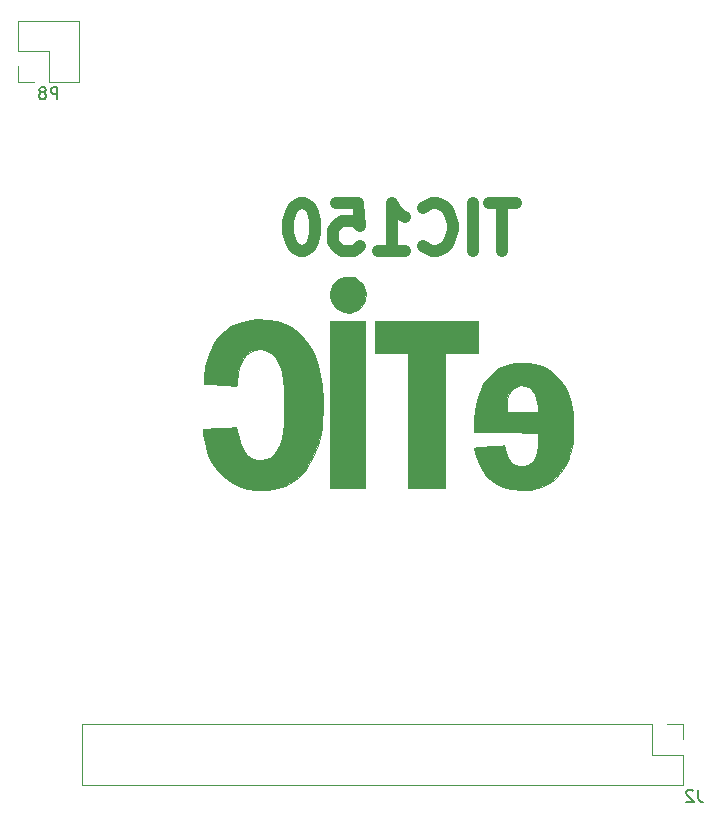
<source format=gbr>
G04 #@! TF.FileFunction,Legend,Bot*
%FSLAX46Y46*%
G04 Gerber Fmt 4.6, Leading zero omitted, Abs format (unit mm)*
G04 Created by KiCad (PCBNEW 4.0.7) date 06/19/19 10:20:30*
%MOMM*%
%LPD*%
G01*
G04 APERTURE LIST*
%ADD10C,0.100000*%
%ADD11C,1.000000*%
%ADD12C,0.010000*%
%ADD13C,0.120000*%
%ADD14C,0.150000*%
G04 APERTURE END LIST*
D10*
D11*
X43809524Y58190476D02*
X41523809Y58190476D01*
X42666666Y54190476D02*
X42666666Y58190476D01*
X40190476Y54190476D02*
X40190476Y58190476D01*
X36000000Y54571429D02*
X36190476Y54380952D01*
X36761905Y54190476D01*
X37142857Y54190476D01*
X37714285Y54380952D01*
X38095238Y54761905D01*
X38285714Y55142857D01*
X38476190Y55904762D01*
X38476190Y56476190D01*
X38285714Y57238095D01*
X38095238Y57619048D01*
X37714285Y58000000D01*
X37142857Y58190476D01*
X36761905Y58190476D01*
X36190476Y58000000D01*
X36000000Y57809524D01*
X32190476Y54190476D02*
X34476190Y54190476D01*
X33333333Y54190476D02*
X33333333Y58190476D01*
X33714285Y57619048D01*
X34095238Y57238095D01*
X34476190Y57047619D01*
X28571428Y58190476D02*
X30476190Y58190476D01*
X30666666Y56285714D01*
X30476190Y56476190D01*
X30095238Y56666667D01*
X29142857Y56666667D01*
X28761904Y56476190D01*
X28571428Y56285714D01*
X28380952Y55904762D01*
X28380952Y54952381D01*
X28571428Y54571429D01*
X28761904Y54380952D01*
X29142857Y54190476D01*
X30095238Y54190476D01*
X30476190Y54380952D01*
X30666666Y54571429D01*
X25904761Y58190476D02*
X25523809Y58190476D01*
X25142857Y58000000D01*
X24952380Y57809524D01*
X24761904Y57428571D01*
X24571428Y56666667D01*
X24571428Y55714286D01*
X24761904Y54952381D01*
X24952380Y54571429D01*
X25142857Y54380952D01*
X25523809Y54190476D01*
X25904761Y54190476D01*
X26285714Y54380952D01*
X26476190Y54571429D01*
X26666666Y54952381D01*
X26857142Y55714286D01*
X26857142Y56666667D01*
X26666666Y57428571D01*
X26476190Y57809524D01*
X26285714Y58000000D01*
X25904761Y58190476D01*
D12*
G36*
X43826618Y44658467D02*
X43321424Y44569780D01*
X43050067Y44490412D01*
X42434867Y44216681D01*
X41900556Y43856940D01*
X41445610Y43408420D01*
X41068507Y42868354D01*
X40767722Y42233974D01*
X40541733Y41502512D01*
X40389016Y40671200D01*
X40308048Y39737270D01*
X40298965Y39492000D01*
X40280250Y38825250D01*
X42994875Y38808694D01*
X45709500Y38792137D01*
X45708398Y38173694D01*
X45685076Y37646471D01*
X45620101Y37171199D01*
X45518045Y36770973D01*
X45383478Y36468893D01*
X45365389Y36440376D01*
X45127851Y36188919D01*
X44821808Y36022232D01*
X44475070Y35942305D01*
X44115449Y35951127D01*
X43770755Y36050689D01*
X43468798Y36242981D01*
X43408505Y36300340D01*
X43219040Y36528324D01*
X43079846Y36784896D01*
X42973351Y37107706D01*
X42916770Y37354067D01*
X42840841Y37724383D01*
X42544796Y37689189D01*
X42355284Y37671044D01*
X42081169Y37650276D01*
X41764723Y37629911D01*
X41550250Y37618008D01*
X41229392Y37599706D01*
X40922859Y37579137D01*
X40672793Y37559280D01*
X40557721Y37547847D01*
X40263692Y37513673D01*
X40376395Y37089962D01*
X40624581Y36339261D01*
X40943154Y35693117D01*
X41334636Y35148743D01*
X41801546Y34703350D01*
X42346405Y34354153D01*
X42971731Y34098362D01*
X43120711Y34054246D01*
X43364341Y34006998D01*
X43697050Y33969803D01*
X44081210Y33944120D01*
X44479190Y33931408D01*
X44853362Y33933126D01*
X45166096Y33950734D01*
X45308032Y33969431D01*
X45985468Y34151464D01*
X46595152Y34440117D01*
X47134501Y34833007D01*
X47600934Y35327751D01*
X47991871Y35921967D01*
X48304729Y36613270D01*
X48368313Y36794576D01*
X48493326Y37209003D01*
X48584568Y37611560D01*
X48645172Y38030486D01*
X48678272Y38494021D01*
X48687003Y39030405D01*
X48677223Y39577999D01*
X48661093Y40037238D01*
X48640487Y40399349D01*
X48630045Y40508000D01*
X45725905Y40508000D01*
X43042500Y40508000D01*
X43042500Y41004475D01*
X43081739Y41546530D01*
X43199995Y41990237D01*
X43398082Y42337309D01*
X43676812Y42589464D01*
X43833623Y42674642D01*
X44203400Y42779873D01*
X44568242Y42768584D01*
X44905440Y42647244D01*
X45192284Y42422325D01*
X45324848Y42249783D01*
X45450833Y42011928D01*
X45547275Y41731611D01*
X45621546Y41381229D01*
X45681018Y40933179D01*
X45684036Y40904875D01*
X45725905Y40508000D01*
X48630045Y40508000D01*
X48612149Y40694195D01*
X48572828Y40951643D01*
X48519270Y41201557D01*
X48486011Y41333500D01*
X48231573Y42104701D01*
X47897770Y42781645D01*
X47487002Y43361781D01*
X47001666Y43842560D01*
X46444161Y44221430D01*
X45816886Y44495843D01*
X45404424Y44610093D01*
X44915202Y44681017D01*
X44373572Y44696343D01*
X43826618Y44658467D01*
X43826618Y44658467D01*
G37*
X43826618Y44658467D02*
X43321424Y44569780D01*
X43050067Y44490412D01*
X42434867Y44216681D01*
X41900556Y43856940D01*
X41445610Y43408420D01*
X41068507Y42868354D01*
X40767722Y42233974D01*
X40541733Y41502512D01*
X40389016Y40671200D01*
X40308048Y39737270D01*
X40298965Y39492000D01*
X40280250Y38825250D01*
X42994875Y38808694D01*
X45709500Y38792137D01*
X45708398Y38173694D01*
X45685076Y37646471D01*
X45620101Y37171199D01*
X45518045Y36770973D01*
X45383478Y36468893D01*
X45365389Y36440376D01*
X45127851Y36188919D01*
X44821808Y36022232D01*
X44475070Y35942305D01*
X44115449Y35951127D01*
X43770755Y36050689D01*
X43468798Y36242981D01*
X43408505Y36300340D01*
X43219040Y36528324D01*
X43079846Y36784896D01*
X42973351Y37107706D01*
X42916770Y37354067D01*
X42840841Y37724383D01*
X42544796Y37689189D01*
X42355284Y37671044D01*
X42081169Y37650276D01*
X41764723Y37629911D01*
X41550250Y37618008D01*
X41229392Y37599706D01*
X40922859Y37579137D01*
X40672793Y37559280D01*
X40557721Y37547847D01*
X40263692Y37513673D01*
X40376395Y37089962D01*
X40624581Y36339261D01*
X40943154Y35693117D01*
X41334636Y35148743D01*
X41801546Y34703350D01*
X42346405Y34354153D01*
X42971731Y34098362D01*
X43120711Y34054246D01*
X43364341Y34006998D01*
X43697050Y33969803D01*
X44081210Y33944120D01*
X44479190Y33931408D01*
X44853362Y33933126D01*
X45166096Y33950734D01*
X45308032Y33969431D01*
X45985468Y34151464D01*
X46595152Y34440117D01*
X47134501Y34833007D01*
X47600934Y35327751D01*
X47991871Y35921967D01*
X48304729Y36613270D01*
X48368313Y36794576D01*
X48493326Y37209003D01*
X48584568Y37611560D01*
X48645172Y38030486D01*
X48678272Y38494021D01*
X48687003Y39030405D01*
X48677223Y39577999D01*
X48661093Y40037238D01*
X48640487Y40399349D01*
X48630045Y40508000D01*
X45725905Y40508000D01*
X43042500Y40508000D01*
X43042500Y41004475D01*
X43081739Y41546530D01*
X43199995Y41990237D01*
X43398082Y42337309D01*
X43676812Y42589464D01*
X43833623Y42674642D01*
X44203400Y42779873D01*
X44568242Y42768584D01*
X44905440Y42647244D01*
X45192284Y42422325D01*
X45324848Y42249783D01*
X45450833Y42011928D01*
X45547275Y41731611D01*
X45621546Y41381229D01*
X45681018Y40933179D01*
X45684036Y40904875D01*
X45725905Y40508000D01*
X48630045Y40508000D01*
X48612149Y40694195D01*
X48572828Y40951643D01*
X48519270Y41201557D01*
X48486011Y41333500D01*
X48231573Y42104701D01*
X47897770Y42781645D01*
X47487002Y43361781D01*
X47001666Y43842560D01*
X46444161Y44221430D01*
X45816886Y44495843D01*
X45404424Y44610093D01*
X44915202Y44681017D01*
X44373572Y44696343D01*
X43826618Y44658467D01*
G36*
X21865250Y48363015D02*
X21074578Y48273522D01*
X20362503Y48086316D01*
X19727799Y47800247D01*
X19169237Y47414165D01*
X18685590Y46926921D01*
X18275627Y46337365D01*
X17938123Y45644347D01*
X17671848Y44846718D01*
X17546394Y44320499D01*
X17495222Y44042396D01*
X17451622Y43747488D01*
X17418122Y43462245D01*
X17397248Y43213134D01*
X17391528Y43026623D01*
X17403487Y42929181D01*
X17412788Y42921000D01*
X17486316Y42916444D01*
X17667017Y42903720D01*
X17935427Y42884242D01*
X18272080Y42859429D01*
X18657513Y42830695D01*
X18765148Y42822618D01*
X19163514Y42794522D01*
X19521455Y42772748D01*
X19818685Y42758249D01*
X20034914Y42751979D01*
X20149856Y42754889D01*
X20160293Y42757126D01*
X20219959Y42846868D01*
X20245196Y43053846D01*
X20246000Y43112185D01*
X20259461Y43339565D01*
X20294789Y43628727D01*
X20344407Y43917912D01*
X20345601Y43923803D01*
X20507251Y44512139D01*
X20730094Y44995404D01*
X21011738Y45371255D01*
X21349791Y45637350D01*
X21741860Y45791346D01*
X22185553Y45830902D01*
X22286814Y45824292D01*
X22723077Y45724537D01*
X23106913Y45511335D01*
X23435267Y45188249D01*
X23705081Y44758845D01*
X23913299Y44226686D01*
X24018782Y43804795D01*
X24113832Y43213057D01*
X24181552Y42532788D01*
X24221947Y41794512D01*
X24235019Y41028748D01*
X24220774Y40266018D01*
X24179215Y39536843D01*
X24110346Y38871745D01*
X24018070Y38319617D01*
X23853721Y37748948D01*
X23622472Y37272596D01*
X23328540Y36897294D01*
X22976143Y36629774D01*
X22950763Y36615984D01*
X22646870Y36510714D01*
X22280816Y36466972D01*
X21901217Y36484182D01*
X21556690Y36561765D01*
X21391553Y36634500D01*
X21057836Y36889650D01*
X20775283Y37253542D01*
X20542422Y37728896D01*
X20357780Y38318431D01*
X20275902Y38694141D01*
X20228347Y38931553D01*
X20186848Y39115873D01*
X20158652Y39215579D01*
X20154121Y39224046D01*
X20085954Y39228096D01*
X19909524Y39224976D01*
X19643323Y39215399D01*
X19305846Y39200077D01*
X18915583Y39179723D01*
X18726554Y39169047D01*
X17325000Y39088034D01*
X17325000Y38917335D01*
X17344402Y38663851D01*
X17397030Y38329561D01*
X17474520Y37953655D01*
X17568507Y37575323D01*
X17670627Y37233756D01*
X17706038Y37132071D01*
X17978285Y36498802D01*
X18313025Y35939792D01*
X18735590Y35415754D01*
X18969725Y35172361D01*
X19465615Y34735829D01*
X19974595Y34405378D01*
X20529472Y34161629D01*
X20849250Y34062103D01*
X21046623Y34023589D01*
X21329006Y33988516D01*
X21664761Y33958662D01*
X22022251Y33935805D01*
X22369835Y33921725D01*
X22675877Y33918199D01*
X22908736Y33927007D01*
X23008250Y33940738D01*
X23132420Y33969480D01*
X23336540Y34016266D01*
X23576712Y34071035D01*
X23579750Y34071727D01*
X24254256Y34288873D01*
X24888331Y34619066D01*
X25462624Y35050114D01*
X25957783Y35569824D01*
X25957958Y35570043D01*
X26267778Y36013007D01*
X26565833Y36544125D01*
X26833679Y37124724D01*
X27052870Y37716134D01*
X27162277Y38095000D01*
X27299394Y38706042D01*
X27397275Y39307710D01*
X27459938Y39936562D01*
X27491396Y40629156D01*
X27497014Y41143001D01*
X27492057Y41558097D01*
X27478429Y41987502D01*
X27457994Y42389629D01*
X27432613Y42722896D01*
X27421563Y42827024D01*
X27281620Y43677693D01*
X27072186Y44490625D01*
X26800188Y45249731D01*
X26472552Y45938921D01*
X26096204Y46542104D01*
X25678070Y47043191D01*
X25555459Y47162077D01*
X24965984Y47621501D01*
X24312813Y47971582D01*
X23595465Y48212473D01*
X22813459Y48344333D01*
X21966315Y48367318D01*
X21865250Y48363015D01*
X21865250Y48363015D01*
G37*
X21865250Y48363015D02*
X21074578Y48273522D01*
X20362503Y48086316D01*
X19727799Y47800247D01*
X19169237Y47414165D01*
X18685590Y46926921D01*
X18275627Y46337365D01*
X17938123Y45644347D01*
X17671848Y44846718D01*
X17546394Y44320499D01*
X17495222Y44042396D01*
X17451622Y43747488D01*
X17418122Y43462245D01*
X17397248Y43213134D01*
X17391528Y43026623D01*
X17403487Y42929181D01*
X17412788Y42921000D01*
X17486316Y42916444D01*
X17667017Y42903720D01*
X17935427Y42884242D01*
X18272080Y42859429D01*
X18657513Y42830695D01*
X18765148Y42822618D01*
X19163514Y42794522D01*
X19521455Y42772748D01*
X19818685Y42758249D01*
X20034914Y42751979D01*
X20149856Y42754889D01*
X20160293Y42757126D01*
X20219959Y42846868D01*
X20245196Y43053846D01*
X20246000Y43112185D01*
X20259461Y43339565D01*
X20294789Y43628727D01*
X20344407Y43917912D01*
X20345601Y43923803D01*
X20507251Y44512139D01*
X20730094Y44995404D01*
X21011738Y45371255D01*
X21349791Y45637350D01*
X21741860Y45791346D01*
X22185553Y45830902D01*
X22286814Y45824292D01*
X22723077Y45724537D01*
X23106913Y45511335D01*
X23435267Y45188249D01*
X23705081Y44758845D01*
X23913299Y44226686D01*
X24018782Y43804795D01*
X24113832Y43213057D01*
X24181552Y42532788D01*
X24221947Y41794512D01*
X24235019Y41028748D01*
X24220774Y40266018D01*
X24179215Y39536843D01*
X24110346Y38871745D01*
X24018070Y38319617D01*
X23853721Y37748948D01*
X23622472Y37272596D01*
X23328540Y36897294D01*
X22976143Y36629774D01*
X22950763Y36615984D01*
X22646870Y36510714D01*
X22280816Y36466972D01*
X21901217Y36484182D01*
X21556690Y36561765D01*
X21391553Y36634500D01*
X21057836Y36889650D01*
X20775283Y37253542D01*
X20542422Y37728896D01*
X20357780Y38318431D01*
X20275902Y38694141D01*
X20228347Y38931553D01*
X20186848Y39115873D01*
X20158652Y39215579D01*
X20154121Y39224046D01*
X20085954Y39228096D01*
X19909524Y39224976D01*
X19643323Y39215399D01*
X19305846Y39200077D01*
X18915583Y39179723D01*
X18726554Y39169047D01*
X17325000Y39088034D01*
X17325000Y38917335D01*
X17344402Y38663851D01*
X17397030Y38329561D01*
X17474520Y37953655D01*
X17568507Y37575323D01*
X17670627Y37233756D01*
X17706038Y37132071D01*
X17978285Y36498802D01*
X18313025Y35939792D01*
X18735590Y35415754D01*
X18969725Y35172361D01*
X19465615Y34735829D01*
X19974595Y34405378D01*
X20529472Y34161629D01*
X20849250Y34062103D01*
X21046623Y34023589D01*
X21329006Y33988516D01*
X21664761Y33958662D01*
X22022251Y33935805D01*
X22369835Y33921725D01*
X22675877Y33918199D01*
X22908736Y33927007D01*
X23008250Y33940738D01*
X23132420Y33969480D01*
X23336540Y34016266D01*
X23576712Y34071035D01*
X23579750Y34071727D01*
X24254256Y34288873D01*
X24888331Y34619066D01*
X25462624Y35050114D01*
X25957783Y35569824D01*
X25957958Y35570043D01*
X26267778Y36013007D01*
X26565833Y36544125D01*
X26833679Y37124724D01*
X27052870Y37716134D01*
X27162277Y38095000D01*
X27299394Y38706042D01*
X27397275Y39307710D01*
X27459938Y39936562D01*
X27491396Y40629156D01*
X27497014Y41143001D01*
X27492057Y41558097D01*
X27478429Y41987502D01*
X27457994Y42389629D01*
X27432613Y42722896D01*
X27421563Y42827024D01*
X27281620Y43677693D01*
X27072186Y44490625D01*
X26800188Y45249731D01*
X26472552Y45938921D01*
X26096204Y46542104D01*
X25678070Y47043191D01*
X25555459Y47162077D01*
X24965984Y47621501D01*
X24312813Y47971582D01*
X23595465Y48212473D01*
X22813459Y48344333D01*
X21966315Y48367318D01*
X21865250Y48363015D01*
G36*
X31866500Y45524500D02*
X34724000Y45524500D01*
X34724000Y34094500D01*
X37835500Y34094500D01*
X37835500Y45524500D01*
X40629500Y45524500D01*
X40629500Y48191500D01*
X31866500Y48191500D01*
X31866500Y45524500D01*
X31866500Y45524500D01*
G37*
X31866500Y45524500D02*
X34724000Y45524500D01*
X34724000Y34094500D01*
X37835500Y34094500D01*
X37835500Y45524500D01*
X40629500Y45524500D01*
X40629500Y48191500D01*
X31866500Y48191500D01*
X31866500Y45524500D01*
G36*
X28120000Y34094500D02*
X31041000Y34094500D01*
X31041000Y48191500D01*
X28120000Y48191500D01*
X28120000Y34094500D01*
X28120000Y34094500D01*
G37*
X28120000Y34094500D02*
X31041000Y34094500D01*
X31041000Y48191500D01*
X28120000Y48191500D01*
X28120000Y34094500D01*
G36*
X29253093Y51945106D02*
X28874359Y51793225D01*
X28549344Y51552971D01*
X28297815Y51235809D01*
X28139541Y50853200D01*
X28126518Y50797730D01*
X28096403Y50383892D01*
X28176611Y49996796D01*
X28351111Y49650412D01*
X28603871Y49358709D01*
X28918857Y49135656D01*
X29280038Y48995223D01*
X29671382Y48951379D01*
X30076856Y49018095D01*
X30143296Y49040441D01*
X30427905Y49192793D01*
X30705681Y49425160D01*
X30930901Y49696662D01*
X30991969Y49799252D01*
X31102417Y50123485D01*
X31136818Y50496749D01*
X31095122Y50867010D01*
X30993217Y51153303D01*
X30815464Y51410016D01*
X30575060Y51650590D01*
X30311769Y51840381D01*
X30092650Y51937899D01*
X29665779Y51997152D01*
X29253093Y51945106D01*
X29253093Y51945106D01*
G37*
X29253093Y51945106D02*
X28874359Y51793225D01*
X28549344Y51552971D01*
X28297815Y51235809D01*
X28139541Y50853200D01*
X28126518Y50797730D01*
X28096403Y50383892D01*
X28176611Y49996796D01*
X28351111Y49650412D01*
X28603871Y49358709D01*
X28918857Y49135656D01*
X29280038Y48995223D01*
X29671382Y48951379D01*
X30076856Y49018095D01*
X30143296Y49040441D01*
X30427905Y49192793D01*
X30705681Y49425160D01*
X30930901Y49696662D01*
X30991969Y49799252D01*
X31102417Y50123485D01*
X31136818Y50496749D01*
X31095122Y50867010D01*
X30993217Y51153303D01*
X30815464Y51410016D01*
X30575060Y51650590D01*
X30311769Y51840381D01*
X30092650Y51937899D01*
X29665779Y51997152D01*
X29253093Y51945106D01*
D13*
X55380000Y14130000D02*
X7060000Y14130000D01*
X7060000Y14130000D02*
X7060000Y8930000D01*
X7060000Y8930000D02*
X57980000Y8930000D01*
X57980000Y8930000D02*
X57980000Y11530000D01*
X57980000Y11530000D02*
X55380000Y11530000D01*
X55380000Y11530000D02*
X55380000Y14130000D01*
X56650000Y14130000D02*
X57980000Y14130000D01*
X57980000Y14130000D02*
X57980000Y12860000D01*
X1670000Y73670000D02*
X6870000Y73670000D01*
X1670000Y71070000D02*
X1670000Y73670000D01*
X6870000Y68470000D02*
X6870000Y73670000D01*
X1670000Y71070000D02*
X4270000Y71070000D01*
X4270000Y71070000D02*
X4270000Y68470000D01*
X4270000Y68470000D02*
X6870000Y68470000D01*
X1670000Y69800000D02*
X1670000Y68470000D01*
X1670000Y68470000D02*
X3000000Y68470000D01*
D14*
X59258333Y8547619D02*
X59258333Y7833333D01*
X59305953Y7690476D01*
X59401191Y7595238D01*
X59544048Y7547619D01*
X59639286Y7547619D01*
X58829762Y8452381D02*
X58782143Y8500000D01*
X58686905Y8547619D01*
X58448809Y8547619D01*
X58353571Y8500000D01*
X58305952Y8452381D01*
X58258333Y8357143D01*
X58258333Y8261905D01*
X58305952Y8119048D01*
X58877381Y7547619D01*
X58258333Y7547619D01*
X5008095Y67017619D02*
X5008095Y68017619D01*
X4627142Y68017619D01*
X4531904Y67970000D01*
X4484285Y67922381D01*
X4436666Y67827143D01*
X4436666Y67684286D01*
X4484285Y67589048D01*
X4531904Y67541429D01*
X4627142Y67493810D01*
X5008095Y67493810D01*
X3865238Y67589048D02*
X3960476Y67636667D01*
X4008095Y67684286D01*
X4055714Y67779524D01*
X4055714Y67827143D01*
X4008095Y67922381D01*
X3960476Y67970000D01*
X3865238Y68017619D01*
X3674761Y68017619D01*
X3579523Y67970000D01*
X3531904Y67922381D01*
X3484285Y67827143D01*
X3484285Y67779524D01*
X3531904Y67684286D01*
X3579523Y67636667D01*
X3674761Y67589048D01*
X3865238Y67589048D01*
X3960476Y67541429D01*
X4008095Y67493810D01*
X4055714Y67398571D01*
X4055714Y67208095D01*
X4008095Y67112857D01*
X3960476Y67065238D01*
X3865238Y67017619D01*
X3674761Y67017619D01*
X3579523Y67065238D01*
X3531904Y67112857D01*
X3484285Y67208095D01*
X3484285Y67398571D01*
X3531904Y67493810D01*
X3579523Y67541429D01*
X3674761Y67589048D01*
M02*

</source>
